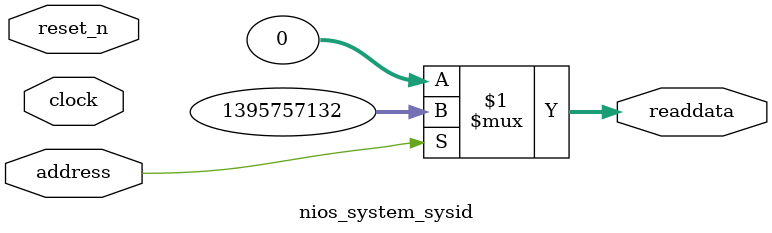
<source format=v>

`timescale 1ns / 1ps
// synthesis translate_on

// turn off superfluous verilog processor warnings 
// altera message_level Level1 
// altera message_off 10034 10035 10036 10037 10230 10240 10030 

module nios_system_sysid (
               // inputs:
                address,
                clock,
                reset_n,

               // outputs:
                readdata
             )
;

  output  [ 31: 0] readdata;
  input            address;
  input            clock;
  input            reset_n;

  wire    [ 31: 0] readdata;
  //control_slave, which is an e_avalon_slave
  assign readdata = address ? 1395757132 : 0;

endmodule




</source>
